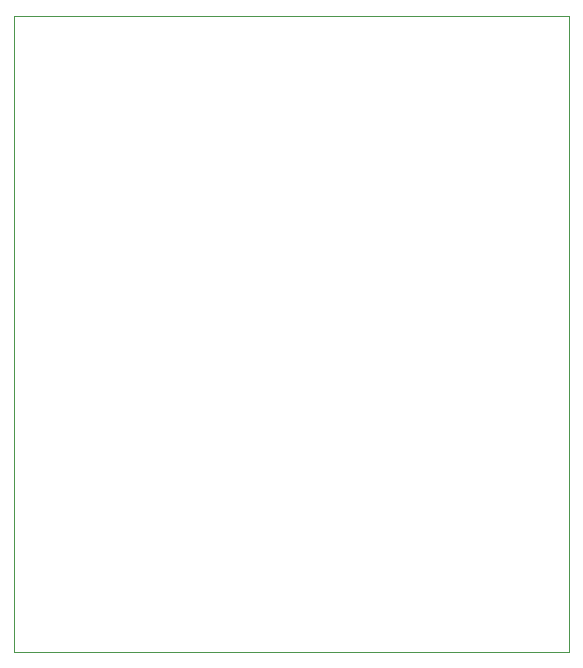
<source format=gbr>
%TF.GenerationSoftware,KiCad,Pcbnew,8.0.5*%
%TF.CreationDate,2024-10-22T15:17:33-04:00*%
%TF.ProjectId,buck_converter_lm2596_5V,6275636b-5f63-46f6-9e76-65727465725f,rev?*%
%TF.SameCoordinates,Original*%
%TF.FileFunction,Profile,NP*%
%FSLAX46Y46*%
G04 Gerber Fmt 4.6, Leading zero omitted, Abs format (unit mm)*
G04 Created by KiCad (PCBNEW 8.0.5) date 2024-10-22 15:17:33*
%MOMM*%
%LPD*%
G01*
G04 APERTURE LIST*
%TA.AperFunction,Profile*%
%ADD10C,0.050000*%
%TD*%
G04 APERTURE END LIST*
D10*
X137160000Y-54610000D02*
X184150000Y-54610000D01*
X184150000Y-108458000D01*
X137160000Y-108458000D01*
X137160000Y-54610000D01*
M02*

</source>
